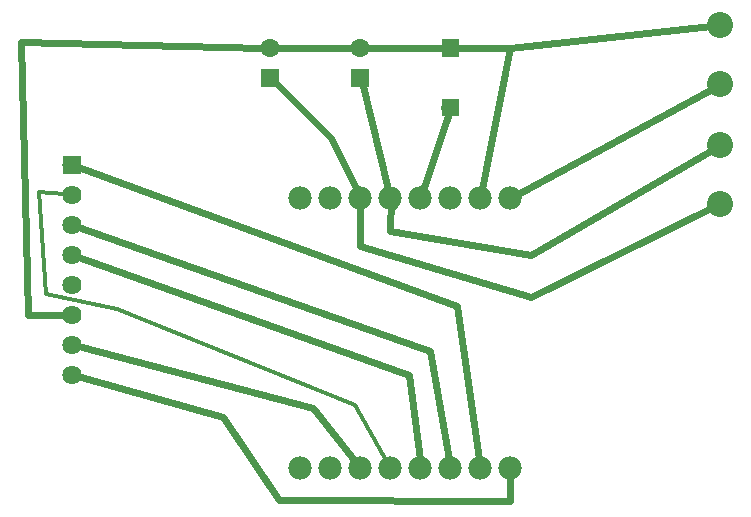
<source format=gbl>
G04 MADE WITH FRITZING*
G04 WWW.FRITZING.ORG*
G04 SINGLE SIDED*
G04 HOLES NOT PLATED*
G04 CONTOUR ON CENTER OF CONTOUR VECTOR*
%ASAXBY*%
%FSLAX23Y23*%
%MOIN*%
%OFA0B0*%
%SFA1.0B1.0*%
%ADD10C,0.077778*%
%ADD11C,0.064000*%
%ADD12C,0.059370*%
%ADD13C,0.087268*%
%ADD14C,0.087253*%
%ADD15C,0.062992*%
%ADD16R,0.064000X0.064000*%
%ADD17R,0.062992X0.062992*%
%ADD18C,0.024000*%
%ADD19C,0.012000*%
%ADD20R,0.001000X0.001000*%
%LNCOPPER0*%
G90*
G70*
G54D10*
X1000Y172D03*
X1100Y172D03*
X1200Y172D03*
X1300Y172D03*
X1400Y172D03*
X1500Y172D03*
X1600Y172D03*
X1700Y172D03*
X1700Y1072D03*
X1600Y1072D03*
X1500Y1072D03*
X1400Y1072D03*
X1300Y1072D03*
X1200Y1072D03*
X1100Y1072D03*
X1000Y1072D03*
G54D11*
X240Y1182D03*
X240Y1082D03*
X240Y982D03*
X240Y882D03*
X240Y782D03*
X240Y682D03*
X240Y582D03*
X240Y482D03*
G54D12*
X1500Y1372D03*
X1500Y1572D03*
G54D13*
X2400Y1052D03*
G54D14*
X2400Y1248D03*
G54D13*
X2400Y1452D03*
G54D14*
X2400Y1648D03*
G54D15*
X1200Y1472D03*
X1200Y1570D03*
X900Y1472D03*
X900Y1570D03*
G54D16*
X240Y1182D03*
G54D17*
X1200Y1472D03*
X900Y1472D03*
G54D18*
X1521Y711D02*
X270Y1171D01*
D02*
X1596Y200D02*
X1521Y711D01*
D02*
X1700Y142D02*
X1700Y61D01*
D02*
X1700Y61D02*
X930Y63D01*
D02*
X741Y341D02*
X270Y473D01*
D02*
X930Y63D02*
X741Y341D01*
D02*
X1182Y194D02*
X1041Y372D01*
D02*
X1041Y372D02*
X271Y574D01*
D02*
X1495Y200D02*
X1431Y562D01*
D02*
X1431Y562D02*
X270Y971D01*
D02*
X1397Y201D02*
X1361Y482D01*
D02*
X1361Y482D02*
X270Y871D01*
D02*
X919Y1453D02*
X1101Y1270D01*
D02*
X1101Y1270D02*
X1187Y1098D01*
D02*
X2370Y1037D02*
X1770Y741D01*
D02*
X1200Y911D02*
X1200Y1042D01*
D02*
X1770Y741D02*
X1200Y911D01*
D02*
X1207Y1446D02*
X1293Y1100D01*
D02*
X2371Y1232D02*
X1770Y882D01*
D02*
X1300Y962D02*
X1301Y1071D01*
D02*
X1301Y1071D02*
X1313Y1045D01*
D02*
X1770Y882D02*
X1300Y962D01*
D02*
X927Y1570D02*
X1174Y1570D01*
D02*
X1470Y1571D02*
X1227Y1570D01*
D02*
X1700Y1571D02*
X1531Y1572D01*
D02*
X1606Y1100D02*
X1700Y1571D01*
D02*
X2367Y1645D02*
X1700Y1571D01*
D02*
X1700Y1571D02*
X1606Y1100D01*
D02*
X209Y682D02*
X91Y681D01*
D02*
X91Y681D02*
X70Y1591D01*
D02*
X70Y1591D02*
X874Y1571D01*
D02*
X2371Y1436D02*
X1726Y1086D01*
D02*
X1491Y1343D02*
X1410Y1099D01*
G54D19*
D02*
X130Y1091D02*
X215Y1084D01*
D02*
X390Y702D02*
X151Y751D01*
D02*
X151Y751D02*
X130Y1091D01*
D02*
X1181Y382D02*
X390Y702D01*
D02*
X1289Y192D02*
X1181Y382D01*
G54D20*
X1471Y1602D02*
X1529Y1602D01*
X1471Y1601D02*
X1529Y1601D01*
X1471Y1600D02*
X1529Y1600D01*
X1471Y1599D02*
X1529Y1599D01*
X1471Y1598D02*
X1529Y1598D01*
X1471Y1597D02*
X1529Y1597D01*
X1471Y1596D02*
X1529Y1596D01*
X1471Y1595D02*
X1529Y1595D01*
X1471Y1594D02*
X1529Y1594D01*
X1471Y1593D02*
X1529Y1593D01*
X1471Y1592D02*
X1497Y1592D01*
X1503Y1592D02*
X1529Y1592D01*
X1471Y1591D02*
X1493Y1591D01*
X1507Y1591D02*
X1529Y1591D01*
X1471Y1590D02*
X1490Y1590D01*
X1509Y1590D02*
X1529Y1590D01*
X1471Y1589D02*
X1489Y1589D01*
X1511Y1589D02*
X1529Y1589D01*
X1471Y1588D02*
X1487Y1588D01*
X1512Y1588D02*
X1529Y1588D01*
X1471Y1587D02*
X1486Y1587D01*
X1514Y1587D02*
X1529Y1587D01*
X1471Y1586D02*
X1485Y1586D01*
X1515Y1586D02*
X1529Y1586D01*
X1471Y1585D02*
X1484Y1585D01*
X1516Y1585D02*
X1529Y1585D01*
X1471Y1584D02*
X1483Y1584D01*
X1516Y1584D02*
X1529Y1584D01*
X1471Y1583D02*
X1483Y1583D01*
X1517Y1583D02*
X1529Y1583D01*
X1471Y1582D02*
X1482Y1582D01*
X1518Y1582D02*
X1529Y1582D01*
X1471Y1581D02*
X1482Y1581D01*
X1518Y1581D02*
X1529Y1581D01*
X1471Y1580D02*
X1481Y1580D01*
X1519Y1580D02*
X1529Y1580D01*
X1471Y1579D02*
X1481Y1579D01*
X1519Y1579D02*
X1529Y1579D01*
X1471Y1578D02*
X1481Y1578D01*
X1519Y1578D02*
X1529Y1578D01*
X1471Y1577D02*
X1480Y1577D01*
X1520Y1577D02*
X1529Y1577D01*
X1471Y1576D02*
X1480Y1576D01*
X1520Y1576D02*
X1529Y1576D01*
X1471Y1575D02*
X1480Y1575D01*
X1520Y1575D02*
X1529Y1575D01*
X1471Y1574D02*
X1480Y1574D01*
X1520Y1574D02*
X1529Y1574D01*
X1471Y1573D02*
X1480Y1573D01*
X1520Y1573D02*
X1529Y1573D01*
X1471Y1572D02*
X1480Y1572D01*
X1520Y1572D02*
X1529Y1572D01*
X1471Y1571D02*
X1480Y1571D01*
X1520Y1571D02*
X1529Y1571D01*
X1471Y1570D02*
X1480Y1570D01*
X1520Y1570D02*
X1529Y1570D01*
X1471Y1569D02*
X1480Y1569D01*
X1520Y1569D02*
X1529Y1569D01*
X1471Y1568D02*
X1480Y1568D01*
X1520Y1568D02*
X1529Y1568D01*
X1471Y1567D02*
X1481Y1567D01*
X1519Y1567D02*
X1529Y1567D01*
X1471Y1566D02*
X1481Y1566D01*
X1519Y1566D02*
X1529Y1566D01*
X1471Y1565D02*
X1481Y1565D01*
X1519Y1565D02*
X1529Y1565D01*
X1471Y1564D02*
X1482Y1564D01*
X1518Y1564D02*
X1529Y1564D01*
X1471Y1563D02*
X1482Y1563D01*
X1518Y1563D02*
X1529Y1563D01*
X1471Y1562D02*
X1483Y1562D01*
X1517Y1562D02*
X1529Y1562D01*
X1471Y1561D02*
X1484Y1561D01*
X1516Y1561D02*
X1529Y1561D01*
X1471Y1560D02*
X1484Y1560D01*
X1515Y1560D02*
X1529Y1560D01*
X1471Y1559D02*
X1485Y1559D01*
X1515Y1559D02*
X1529Y1559D01*
X1471Y1558D02*
X1486Y1558D01*
X1514Y1558D02*
X1529Y1558D01*
X1471Y1557D02*
X1487Y1557D01*
X1512Y1557D02*
X1529Y1557D01*
X1471Y1556D02*
X1489Y1556D01*
X1511Y1556D02*
X1529Y1556D01*
X1471Y1555D02*
X1491Y1555D01*
X1509Y1555D02*
X1529Y1555D01*
X1471Y1554D02*
X1493Y1554D01*
X1507Y1554D02*
X1529Y1554D01*
X1471Y1553D02*
X1498Y1553D01*
X1502Y1553D02*
X1529Y1553D01*
X1471Y1552D02*
X1529Y1552D01*
X1471Y1551D02*
X1529Y1551D01*
X1471Y1550D02*
X1529Y1550D01*
X1471Y1549D02*
X1529Y1549D01*
X1471Y1548D02*
X1529Y1548D01*
X1471Y1547D02*
X1529Y1547D01*
X1471Y1546D02*
X1529Y1546D01*
X1471Y1545D02*
X1529Y1545D01*
X1471Y1544D02*
X1529Y1544D01*
X1471Y1543D02*
X1529Y1543D01*
X1471Y1402D02*
X1529Y1402D01*
X1471Y1401D02*
X1529Y1401D01*
X1471Y1400D02*
X1529Y1400D01*
X1471Y1399D02*
X1529Y1399D01*
X1471Y1398D02*
X1529Y1398D01*
X1471Y1397D02*
X1529Y1397D01*
X1471Y1396D02*
X1529Y1396D01*
X1471Y1395D02*
X1529Y1395D01*
X1471Y1394D02*
X1529Y1394D01*
X1471Y1393D02*
X1529Y1393D01*
X1471Y1392D02*
X1495Y1392D01*
X1505Y1392D02*
X1529Y1392D01*
X1471Y1391D02*
X1492Y1391D01*
X1508Y1391D02*
X1529Y1391D01*
X1471Y1390D02*
X1490Y1390D01*
X1510Y1390D02*
X1529Y1390D01*
X1471Y1389D02*
X1488Y1389D01*
X1512Y1389D02*
X1529Y1389D01*
X1471Y1388D02*
X1487Y1388D01*
X1513Y1388D02*
X1529Y1388D01*
X1471Y1387D02*
X1486Y1387D01*
X1514Y1387D02*
X1529Y1387D01*
X1471Y1386D02*
X1485Y1386D01*
X1515Y1386D02*
X1529Y1386D01*
X1471Y1385D02*
X1484Y1385D01*
X1516Y1385D02*
X1529Y1385D01*
X1471Y1384D02*
X1483Y1384D01*
X1517Y1384D02*
X1529Y1384D01*
X1471Y1383D02*
X1483Y1383D01*
X1517Y1383D02*
X1529Y1383D01*
X1471Y1382D02*
X1482Y1382D01*
X1518Y1382D02*
X1529Y1382D01*
X1471Y1381D02*
X1482Y1381D01*
X1518Y1381D02*
X1529Y1381D01*
X1471Y1380D02*
X1481Y1380D01*
X1519Y1380D02*
X1529Y1380D01*
X1471Y1379D02*
X1481Y1379D01*
X1519Y1379D02*
X1529Y1379D01*
X1471Y1378D02*
X1481Y1378D01*
X1519Y1378D02*
X1529Y1378D01*
X1471Y1377D02*
X1480Y1377D01*
X1520Y1377D02*
X1529Y1377D01*
X1471Y1376D02*
X1480Y1376D01*
X1520Y1376D02*
X1529Y1376D01*
X1471Y1375D02*
X1480Y1375D01*
X1520Y1375D02*
X1529Y1375D01*
X1471Y1374D02*
X1480Y1374D01*
X1520Y1374D02*
X1529Y1374D01*
X1471Y1373D02*
X1480Y1373D01*
X1520Y1373D02*
X1529Y1373D01*
X1471Y1372D02*
X1480Y1372D01*
X1520Y1372D02*
X1529Y1372D01*
X1471Y1371D02*
X1480Y1371D01*
X1520Y1371D02*
X1529Y1371D01*
X1471Y1370D02*
X1480Y1370D01*
X1520Y1370D02*
X1529Y1370D01*
X1471Y1369D02*
X1480Y1369D01*
X1520Y1369D02*
X1529Y1369D01*
X1471Y1368D02*
X1480Y1368D01*
X1519Y1368D02*
X1529Y1368D01*
X1471Y1367D02*
X1481Y1367D01*
X1519Y1367D02*
X1529Y1367D01*
X1471Y1366D02*
X1481Y1366D01*
X1519Y1366D02*
X1529Y1366D01*
X1471Y1365D02*
X1481Y1365D01*
X1518Y1365D02*
X1529Y1365D01*
X1471Y1364D02*
X1482Y1364D01*
X1518Y1364D02*
X1529Y1364D01*
X1471Y1363D02*
X1482Y1363D01*
X1517Y1363D02*
X1529Y1363D01*
X1471Y1362D02*
X1483Y1362D01*
X1517Y1362D02*
X1529Y1362D01*
X1471Y1361D02*
X1484Y1361D01*
X1516Y1361D02*
X1529Y1361D01*
X1471Y1360D02*
X1485Y1360D01*
X1515Y1360D02*
X1529Y1360D01*
X1471Y1359D02*
X1485Y1359D01*
X1514Y1359D02*
X1529Y1359D01*
X1471Y1358D02*
X1487Y1358D01*
X1513Y1358D02*
X1529Y1358D01*
X1471Y1357D02*
X1488Y1357D01*
X1512Y1357D02*
X1529Y1357D01*
X1471Y1356D02*
X1489Y1356D01*
X1511Y1356D02*
X1529Y1356D01*
X1471Y1355D02*
X1491Y1355D01*
X1509Y1355D02*
X1529Y1355D01*
X1471Y1354D02*
X1494Y1354D01*
X1506Y1354D02*
X1529Y1354D01*
X1471Y1353D02*
X1529Y1353D01*
X1471Y1352D02*
X1529Y1352D01*
X1471Y1351D02*
X1529Y1351D01*
X1471Y1350D02*
X1529Y1350D01*
X1471Y1349D02*
X1529Y1349D01*
X1471Y1348D02*
X1529Y1348D01*
X1471Y1347D02*
X1529Y1347D01*
X1471Y1346D02*
X1529Y1346D01*
X1471Y1345D02*
X1529Y1345D01*
X1471Y1344D02*
X1529Y1344D01*
D02*
G04 End of Copper0*
M02*
</source>
